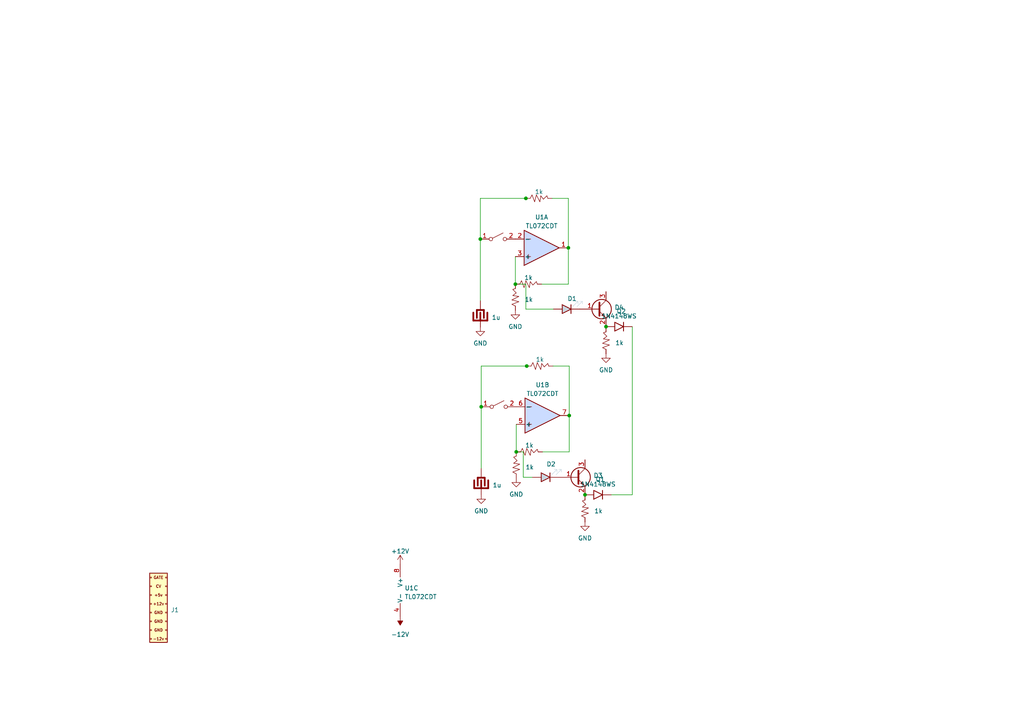
<source format=kicad_sch>
(kicad_sch (version 20230121) (generator eeschema)

  (uuid 93d63553-90dd-4556-ae63-29c378c1f271)

  (paper "A4")

  (lib_symbols
    (symbol "EuroRackTools:+12V" (power) (pin_names (offset 0)) (in_bom yes) (on_board yes)
      (property "Reference" "#PWR" (at 0 -3.81 0)
        (effects (font (size 1.27 1.27)) hide)
      )
      (property "Value" "+12V" (at 0 3.556 0)
        (effects (font (size 1.27 1.27)))
      )
      (property "Footprint" "" (at 0 0 0)
        (effects (font (size 1.27 1.27)) hide)
      )
      (property "Datasheet" "" (at 0 0 0)
        (effects (font (size 1.27 1.27)) hide)
      )
      (property "ki_keywords" "global power" (at 0 0 0)
        (effects (font (size 1.27 1.27)) hide)
      )
      (property "ki_description" "Power symbol creates a global label with name \"+12V\"" (at 0 0 0)
        (effects (font (size 1.27 1.27)) hide)
      )
      (symbol "+12V_0_1"
        (polyline
          (pts
            (xy -0.762 1.27)
            (xy 0 2.54)
          )
          (stroke (width 0) (type default))
          (fill (type none))
        )
        (polyline
          (pts
            (xy 0 0)
            (xy 0 2.54)
          )
          (stroke (width 0) (type default))
          (fill (type none))
        )
        (polyline
          (pts
            (xy 0 2.54)
            (xy 0.762 1.27)
          )
          (stroke (width 0) (type default))
          (fill (type none))
        )
      )
      (symbol "+12V_1_1"
        (pin power_in line (at 0 0 90) (length 0) hide
          (name "+12V" (effects (font (size 1.27 1.27))))
          (number "1" (effects (font (size 1.27 1.27))))
        )
      )
    )
    (symbol "EuroRackTools:-12V" (power) (pin_names (offset 0)) (in_bom yes) (on_board yes)
      (property "Reference" "#PWR" (at 0 2.54 0)
        (effects (font (size 1.27 1.27)) hide)
      )
      (property "Value" "-12V" (at 0 3.81 0)
        (effects (font (size 1.27 1.27)))
      )
      (property "Footprint" "" (at 0 0 0)
        (effects (font (size 1.27 1.27)) hide)
      )
      (property "Datasheet" "" (at 0 0 0)
        (effects (font (size 1.27 1.27)) hide)
      )
      (property "ki_keywords" "global power" (at 0 0 0)
        (effects (font (size 1.27 1.27)) hide)
      )
      (property "ki_description" "Power symbol creates a global label with name \"-12V\"" (at 0 0 0)
        (effects (font (size 1.27 1.27)) hide)
      )
      (symbol "-12V_0_0"
        (pin power_in line (at 0 0 90) (length 0) hide
          (name "-12V" (effects (font (size 1.27 1.27))))
          (number "1" (effects (font (size 1.27 1.27))))
        )
      )
      (symbol "-12V_0_1"
        (polyline
          (pts
            (xy 0 0)
            (xy 0 1.27)
            (xy 0.762 1.27)
            (xy 0 2.54)
            (xy -0.762 1.27)
            (xy 0 1.27)
          )
          (stroke (width 0) (type default))
          (fill (type outline))
        )
      )
    )
    (symbol "EuroRackTools:1N4148WS" (pin_numbers hide) (pin_names (offset 1.016) hide) (in_bom yes) (on_board yes)
      (property "Reference" "D" (at 0 2.54 0)
        (effects (font (size 1.27 1.27)))
      )
      (property "Value" "1N4148WS" (at 0 -2.54 0)
        (effects (font (size 1.27 1.27)))
      )
      (property "Footprint" "EuroRackTools:D_SOD-323" (at 0 -11.43 0)
        (effects (font (size 1.27 1.27)) hide)
      )
      (property "Datasheet" "https://www.vishay.com/docs/85751/1n4148ws.pdf" (at 0 13.97 0)
        (effects (font (size 1.27 1.27)) hide)
      )
      (property "Sim.Pins" "1=1 2=2" (at 0 0 0)
        (effects (font (size 0 0)) hide)
      )
      (property "Sim.Device" "SPICE" (at 1.27 8.89 0)
        (effects (font (size 1.27 1.27)) hide)
      )
      (property "Sim.Params" "type=\"D\" model=\"1N4148\" lib=\"\"" (at 0 0 0)
        (effects (font (size 0 0)) hide)
      )
      (property "LCSC" "C2128" (at 0 0 0)
        (effects (font (size 1.27 1.27)) hide)
      )
      (property "ki_keywords" "diode" (at 0 0 0)
        (effects (font (size 1.27 1.27)) hide)
      )
      (property "ki_description" "75V 0.15A Fast switching Diode, SOD-323" (at 0 0 0)
        (effects (font (size 1.27 1.27)) hide)
      )
      (property "ki_fp_filters" "D*SOD?323*" (at 0 0 0)
        (effects (font (size 1.27 1.27)) hide)
      )
      (symbol "1N4148WS_0_1"
        (polyline
          (pts
            (xy -1.27 1.27)
            (xy -1.27 -1.27)
          )
          (stroke (width 0.254) (type default))
          (fill (type none))
        )
        (polyline
          (pts
            (xy 1.27 1.27)
            (xy 1.27 -1.27)
            (xy -1.27 0)
            (xy 1.27 1.27)
          )
          (stroke (width 0.254) (type default))
          (fill (type none))
        )
      )
      (symbol "1N4148WS_1_1"
        (pin passive line (at -3.81 0 0) (length 2.54)
          (name "K" (effects (font (size 1.27 1.27))))
          (number "1" (effects (font (size 1.27 1.27))))
        )
        (pin passive line (at 3.81 0 180) (length 2.54)
          (name "A" (effects (font (size 1.27 1.27))))
          (number "2" (effects (font (size 1.27 1.27))))
        )
      )
    )
    (symbol "EuroRackTools:EuroPower16" (pin_names (offset 1.016) hide) (in_bom yes) (on_board yes)
      (property "Reference" "J" (at 1.27 10.16 0)
        (effects (font (size 1.27 1.27)))
      )
      (property "Value" "EuroPower16" (at 1.27 -12.7 0)
        (effects (font (size 1.27 1.27)) hide)
      )
      (property "Footprint" "EuroRackTools:IDC-Header_2x08_P2.54mm_Vertical_SMD" (at 1.524 -18.034 0)
        (effects (font (size 1.27 1.27)) hide)
      )
      (property "Datasheet" "~" (at 1.524 -15.367 0)
        (effects (font (size 1.27 1.27)) hide)
      )
      (property "lcsc" "C383608" (at 5.08 12.7 0)
        (effects (font (size 1.27 1.27)) hide)
      )
      (property "ki_keywords" "connector" (at 0 0 0)
        (effects (font (size 1.27 1.27)) hide)
      )
      (property "ki_description" "Generic connector, double row, 02x08, odd/even pin numbering scheme (row 1 odd numbers, row 2 even numbers), script generated (kicad-library-utils/schlib/autogen/connector/)" (at 0 0 0)
        (effects (font (size 1.27 1.27)) hide)
      )
      (property "ki_fp_filters" "Connector*:*_2x??_*" (at 0 0 0)
        (effects (font (size 1.27 1.27)) hide)
      )
      (symbol "EuroPower16_0_0"
        (text "+12v" (at 1.27 0 0)
          (effects (font (size 0.8 0.8)))
        )
        (text "+5v" (at 1.27 2.54 0)
          (effects (font (size 0.8 0.8)))
        )
        (text "-12v" (at 1.27 -10.16 0)
          (effects (font (size 0.8 0.8)))
        )
        (text "CV" (at 1.27 5.08 0)
          (effects (font (size 0.8 0.8)))
        )
        (text "GATE" (at 1.27 7.62 0)
          (effects (font (size 0.8 0.8)))
        )
        (text "GND" (at 1.27 -7.62 0)
          (effects (font (size 0.8 0.8)))
        )
        (text "GND" (at 1.27 -5.08 0)
          (effects (font (size 0.8 0.8)))
        )
        (text "GND" (at 1.27 -2.54 0)
          (effects (font (size 0.8 0.8)))
        )
      )
      (symbol "EuroPower16_1_1"
        (rectangle (start -1.27 -10.033) (end -0.762 -10.287)
          (stroke (width 0.1524) (type default))
          (fill (type none))
        )
        (rectangle (start -1.27 -7.493) (end -0.762 -7.747)
          (stroke (width 0.1524) (type default))
          (fill (type none))
        )
        (rectangle (start -1.27 -4.953) (end -0.762 -5.207)
          (stroke (width 0.1524) (type default))
          (fill (type none))
        )
        (rectangle (start -1.27 -2.413) (end -0.762 -2.667)
          (stroke (width 0.1524) (type default))
          (fill (type none))
        )
        (rectangle (start -1.27 0.127) (end -0.762 -0.127)
          (stroke (width 0.1524) (type default))
          (fill (type none))
        )
        (rectangle (start -1.27 2.667) (end -0.762 2.413)
          (stroke (width 0.1524) (type default))
          (fill (type none))
        )
        (rectangle (start -1.27 5.207) (end -0.762 4.953)
          (stroke (width 0.1524) (type default))
          (fill (type none))
        )
        (rectangle (start -1.27 7.747) (end -0.762 7.493)
          (stroke (width 0.1524) (type default))
          (fill (type none))
        )
        (rectangle (start -1.27 8.89) (end 3.81 -11.176)
          (stroke (width 0.254) (type default))
          (fill (type background))
        )
        (rectangle (start 3.302 -10.033) (end 3.81 -10.287)
          (stroke (width 0.1524) (type default))
          (fill (type none))
        )
        (rectangle (start 3.302 -7.493) (end 3.81 -7.747)
          (stroke (width 0.1524) (type default))
          (fill (type none))
        )
        (rectangle (start 3.302 -4.953) (end 3.81 -5.207)
          (stroke (width 0.1524) (type default))
          (fill (type none))
        )
        (rectangle (start 3.302 -2.413) (end 3.81 -2.667)
          (stroke (width 0.1524) (type default))
          (fill (type none))
        )
        (rectangle (start 3.302 0.127) (end 3.81 -0.127)
          (stroke (width 0.1524) (type default))
          (fill (type none))
        )
        (rectangle (start 3.302 2.667) (end 3.81 2.413)
          (stroke (width 0.1524) (type default))
          (fill (type none))
        )
        (rectangle (start 3.302 5.207) (end 3.81 4.953)
          (stroke (width 0.1524) (type default))
          (fill (type none))
        )
        (rectangle (start 3.302 7.747) (end 3.81 7.493)
          (stroke (width 0.1524) (type default))
          (fill (type none))
        )
        (pin power_in line (at 3.81 -10.16 0) (length 3.81) hide
          (name "-12V" (effects (font (size 1.27 1.27))))
          (number "1" (effects (font (size 1.27 1.27))))
        )
        (pin power_in line (at -1.27 0 180) (length 3.81) hide
          (name "+12V" (effects (font (size 1.27 1.27))))
          (number "10" (effects (font (size 1.27 1.27))))
        )
        (pin power_in line (at 3.81 2.54 0) (length 3.81) hide
          (name "+5V" (effects (font (size 1.27 1.27))))
          (number "11" (effects (font (size 1.27 1.27))))
        )
        (pin power_in line (at -1.27 2.54 180) (length 3.81) hide
          (name "+5V" (effects (font (size 1.27 1.27))))
          (number "12" (effects (font (size 1.27 1.27))))
        )
        (pin power_in line (at 3.81 5.08 0) (length 3.81) hide
          (name "CV" (effects (font (size 1.27 1.27))))
          (number "13" (effects (font (size 1.27 1.27))))
        )
        (pin power_in line (at -1.27 5.08 180) (length 3.81) hide
          (name "CV" (effects (font (size 1.27 1.27))))
          (number "14" (effects (font (size 1.27 1.27))))
        )
        (pin power_in line (at 3.81 7.62 0) (length 3.81) hide
          (name "GATE" (effects (font (size 1.27 1.27))))
          (number "15" (effects (font (size 1.27 1.27))))
        )
        (pin power_in line (at -1.27 7.62 180) (length 3.81) hide
          (name "GATE" (effects (font (size 1.27 1.27))))
          (number "16" (effects (font (size 1.27 1.27))))
        )
        (pin power_in line (at -1.27 -10.16 180) (length 3.81) hide
          (name "-12V" (effects (font (size 1.27 1.27))))
          (number "2" (effects (font (size 1.27 1.27))))
        )
        (pin power_in line (at 3.81 -7.62 0) (length 3.81) hide
          (name "GND" (effects (font (size 1.27 1.27))))
          (number "3" (effects (font (size 1.27 1.27))))
        )
        (pin power_in line (at -1.27 -7.62 180) (length 3.81) hide
          (name "GND" (effects (font (size 1.27 1.27))))
          (number "4" (effects (font (size 1.27 1.27))))
        )
        (pin power_in line (at 3.81 -5.08 0) (length 3.81) hide
          (name "GND" (effects (font (size 1.27 1.27))))
          (number "5" (effects (font (size 1.27 1.27))))
        )
        (pin power_in line (at -1.27 -5.08 180) (length 3.81) hide
          (name "GND" (effects (font (size 1.27 1.27))))
          (number "6" (effects (font (size 1.27 1.27))))
        )
        (pin power_in line (at 3.81 -2.54 0) (length 3.81) hide
          (name "GND" (effects (font (size 1.27 1.27))))
          (number "7" (effects (font (size 1.27 1.27))))
        )
        (pin power_in line (at -1.27 -2.54 180) (length 3.81) hide
          (name "GND" (effects (font (size 1.27 1.27))))
          (number "8" (effects (font (size 1.27 1.27))))
        )
        (pin power_in line (at 3.81 0 0) (length 3.81) hide
          (name "+12V" (effects (font (size 1.27 1.27))))
          (number "9" (effects (font (size 1.27 1.27))))
        )
      )
    )
    (symbol "EuroRackTools:GND" (power) (pin_names (offset 0)) (in_bom yes) (on_board yes)
      (property "Reference" "#PWR" (at 0 -6.35 0)
        (effects (font (size 1.27 1.27)) hide)
      )
      (property "Value" "GND" (at 0 -3.81 0)
        (effects (font (size 1.27 1.27)))
      )
      (property "Footprint" "" (at 0 0 0)
        (effects (font (size 1.27 1.27)) hide)
      )
      (property "Datasheet" "" (at 0 0 0)
        (effects (font (size 1.27 1.27)) hide)
      )
      (property "ki_keywords" "global power" (at 0 0 0)
        (effects (font (size 1.27 1.27)) hide)
      )
      (property "ki_description" "Power symbol creates a global label with name \"GND\" , ground" (at 0 0 0)
        (effects (font (size 1.27 1.27)) hide)
      )
      (symbol "GND_0_1"
        (polyline
          (pts
            (xy 0 0)
            (xy 0 -1.27)
            (xy 1.27 -1.27)
            (xy 0 -2.54)
            (xy -1.27 -1.27)
            (xy 0 -1.27)
          )
          (stroke (width 0) (type default))
          (fill (type none))
        )
      )
      (symbol "GND_1_1"
        (pin power_in line (at 0 0 270) (length 0) hide
          (name "GND" (effects (font (size 1.27 1.27))))
          (number "1" (effects (font (size 1.27 1.27))))
        )
      )
    )
    (symbol "EuroRackTools:PUSHBTN" (pin_names (offset 0) hide) (in_bom yes) (on_board yes)
      (property "Reference" "SW" (at 0 3.175 0)
        (effects (font (size 1.27 1.27)) hide)
      )
      (property "Value" "SW_SPST" (at 0 -2.54 0)
        (effects (font (size 1.27 1.27)) hide)
      )
      (property "Footprint" "EuroRackTools:SW_SPST_PTS645" (at 1.27 8.89 0)
        (effects (font (size 1.27 1.27)) hide)
      )
      (property "Datasheet" "~" (at 0 0 0)
        (effects (font (size 1.27 1.27)) hide)
      )
      (property "lcsc" "C294565" (at 1.27 5.08 0)
        (effects (font (size 1.27 1.27)) hide)
      )
      (property "ki_keywords" "switch lever" (at 0 0 0)
        (effects (font (size 1.27 1.27)) hide)
      )
      (property "ki_description" "Single Pole Single Throw (SPST) switch" (at 0 0 0)
        (effects (font (size 1.27 1.27)) hide)
      )
      (symbol "PUSHBTN_0_0"
        (circle (center -2.032 0) (radius 0.508)
          (stroke (width 0) (type default))
          (fill (type none))
        )
        (polyline
          (pts
            (xy -1.524 0.254)
            (xy 1.524 1.778)
          )
          (stroke (width 0) (type default))
          (fill (type none))
        )
        (circle (center 2.032 0) (radius 0.508)
          (stroke (width 0) (type default))
          (fill (type none))
        )
      )
      (symbol "PUSHBTN_1_1"
        (pin passive line (at -5.08 0 0) (length 2.54)
          (name "A" (effects (font (size 1.27 1.27))))
          (number "1" (effects (font (size 1.27 1.27))))
        )
        (pin passive line (at 5.08 0 180) (length 2.54)
          (name "B" (effects (font (size 1.27 1.27))))
          (number "2" (effects (font (size 1.27 1.27))))
        )
      )
    )
    (symbol "kpm-jlcpcb-basic:1k R 0603" (pin_numbers hide) (pin_names (offset 0)) (in_bom yes) (on_board yes)
      (property "Reference" "R" (at -1.27 6.35 0)
        (effects (font (size 1.27 1.27)) hide)
      )
      (property "Value" "1k" (at -0.635 3.81 0)
        (effects (font (size 1.27 1.27)))
      )
      (property "Footprint" "kpm-jlcpcb-basic:R_0603_1608Metric" (at -0.254 -7.62 0)
        (effects (font (size 1.27 1.27)) hide)
      )
      (property "Datasheet" "https://datasheet.lcsc.com/lcsc/2206010130_UNI-ROYAL-Uniroyal-Elec-0603WAF1001T5E_C21190.pdf" (at -6.35 6.35 90)
        (effects (font (size 1.27 1.27)) hide)
      )
      (property "LCSC" "C21190" (at -1.27 -1.905 0)
        (effects (font (size 1.27 1.27)) hide)
      )
      (property "Stock" "13672968" (at -1.27 -1.905 0)
        (effects (font (size 1.27 1.27)) hide)
      )
      (property "price" "0.0006" (at -1.27 -1.905 0)
        (effects (font (size 1.27 1.27)) hide)
      )
      (property "ki_keywords" "R res resistor" (at 0 0 0)
        (effects (font (size 1.27 1.27)) hide)
      )
      (property "ki_description" "100mW Thick Film Resistors ±1% 1kΩ 0603  Chip Resistor - Surface Mount ROHS" (at 0 0 0)
        (effects (font (size 1.27 1.27)) hide)
      )
      (property "ki_fp_filters" "R_*" (at 0 0 0)
        (effects (font (size 1.27 1.27)) hide)
      )
      (symbol "1k R 0603_0_1"
        (polyline
          (pts
            (xy -2.794 0)
            (xy -2.286 1.016)
            (xy -1.524 -1.016)
            (xy -1.016 1.016)
            (xy 0 -1.016)
            (xy 0.254 0.762)
            (xy 1.016 -0.254)
            (xy 2.032 0.762)
            (xy 2.286 0)
          )
          (stroke (width 0) (type default))
          (fill (type none))
        )
      )
      (symbol "1k R 0603_1_1"
        (pin passive line (at -4.064 0 0) (length 1.27)
          (name "~" (effects (font (size 1.27 1.27))))
          (number "1" (effects (font (size 1.27 1.27))))
        )
        (pin passive line (at 3.556 0 180) (length 1.27)
          (name "~" (effects (font (size 1.27 1.27))))
          (number "2" (effects (font (size 1.27 1.27))))
        )
      )
    )
    (symbol "kpm-jlcpcb-basic:1u C 0805" (pin_numbers hide) (pin_names (offset 0.254)) (in_bom yes) (on_board yes)
      (property "Reference" "C" (at -1.27 6.35 0)
        (effects (font (size 1.27 1.27)) hide)
      )
      (property "Value" "1u" (at -0.635 3.81 0)
        (effects (font (size 1.27 1.27)))
      )
      (property "Footprint" "kpm-jlcpcb-basic:C_0805_2012Metric" (at 14.351 1.905 90)
        (effects (font (size 1.27 1.27)) hide)
      )
      (property "Datasheet" "https://datasheet.lcsc.com/lcsc/1810191216_Samsung-Electro-Mechanics-CL21B105KBFNNNE_C28323.pdf" (at -6.35 6.35 90)
        (effects (font (size 1.27 1.27)) hide)
      )
      (property "LCSC" "C28323" (at -1.27 -1.905 0)
        (effects (font (size 1.27 1.27)) hide)
      )
      (property "Stock" "1874424" (at -1.27 -1.905 0)
        (effects (font (size 1.27 1.27)) hide)
      )
      (property "price" "0.0092" (at -1.27 -1.905 0)
        (effects (font (size 1.27 1.27)) hide)
      )
      (property "ki_keywords" "C capacitor" (at 0 0 0)
        (effects (font (size 1.27 1.27)) hide)
      )
      (property "ki_description" "50V 1uF X7R ±10% 0805  Multilayer Ceramic Capacitors MLCC - SMD/SMT ROHS" (at 0 0 0)
        (effects (font (size 1.27 1.27)) hide)
      )
      (property "ki_fp_filters" "R_*" (at 0 0 0)
        (effects (font (size 1.27 1.27)) hide)
      )
      (symbol "1u C 0805_0_1"
        (polyline
          (pts
            (xy -1.397 -1.016)
            (xy -1.397 1.016)
          )
          (stroke (width 0.508) (type default))
          (fill (type none))
        )
        (polyline
          (pts
            (xy 0.889 -1.016)
            (xy -1.397 -1.016)
          )
          (stroke (width 0.508) (type default))
          (fill (type none))
        )
        (polyline
          (pts
            (xy 0.889 1.016)
            (xy -1.397 1.016)
          )
          (stroke (width 0.508) (type default))
          (fill (type none))
        )
        (polyline
          (pts
            (xy 1.651 -2.032)
            (xy -0.635 -2.032)
          )
          (stroke (width 0.508) (type default))
          (fill (type none))
        )
        (polyline
          (pts
            (xy 1.651 -2.032)
            (xy 1.651 2.032)
          )
          (stroke (width 0.508) (type default))
          (fill (type none))
        )
        (polyline
          (pts
            (xy 1.651 0)
            (xy -0.635 0)
          )
          (stroke (width 0.508) (type default))
          (fill (type none))
        )
        (polyline
          (pts
            (xy 1.651 2.032)
            (xy -0.635 2.032)
          )
          (stroke (width 0.508) (type default))
          (fill (type none))
        )
      )
      (symbol "1u C 0805_1_1"
        (pin passive line (at -4.064 0 0) (length 2.794)
          (name "~" (effects (font (size 1.27 1.27))))
          (number "1" (effects (font (size 1.27 1.27))))
        )
        (pin passive line (at 3.556 0 180) (length 2.794)
          (name "~" (effects (font (size 1.27 1.27))))
          (number "2" (effects (font (size 1.27 1.27))))
        )
      )
    )
    (symbol "kpm-jlcpcb-basic:NPN S8050 J3Y" (pin_names (offset 0) hide) (in_bom yes) (on_board yes)
      (property "Reference" "Q" (at 5.08 1.905 0)
        (effects (font (size 1.27 1.27)) (justify left))
      )
      (property "Value" "NPN S8050 J3Y" (at 5.08 0 0)
        (effects (font (size 1.27 1.27)) (justify left) hide)
      )
      (property "Footprint" "kpm-jlcpcb-basic:SOT-23" (at 5.08 -1.905 0)
        (effects (font (size 1.27 1.27) italic) (justify left) hide)
      )
      (property "Datasheet" "https://datasheet.lcsc.com/lcsc/1810161230_Jiangsu-Changjing-Electronics-Technology-Co---Ltd--S8050-J3Y_C2146.pdf" (at 0 0 0)
        (effects (font (size 1.27 1.27)) (justify left) hide)
      )
      (property "LCSC" "C2146" (at -1.905 4.445 0)
        (effects (font (size 1.27 1.27)) hide)
      )
      (property "Stock" "2885714" (at -1.27 -1.905 0)
        (effects (font (size 1.27 1.27)) hide)
      )
      (property "price" "0.0146" (at -1.27 -1.905 0)
        (effects (font (size 1.27 1.27)) hide)
      )
      (property "ki_keywords" "npn transistor" (at 0 0 0)
        (effects (font (size 1.27 1.27)) hide)
      )
      (property "ki_description" "25V 300mW 200@50mA,1V 500mA NPN SOT-23  Bipolar Transistors - BJT ROHS" (at 0 0 0)
        (effects (font (size 1.27 1.27)) hide)
      )
      (property "ki_fp_filters" "TO?3*" (at 0 0 0)
        (effects (font (size 1.27 1.27)) hide)
      )
      (symbol "NPN S8050 J3Y_0_1"
        (polyline
          (pts
            (xy 0.635 0.635)
            (xy 2.54 2.54)
          )
          (stroke (width 0) (type default))
          (fill (type none))
        )
        (polyline
          (pts
            (xy 0.635 -0.635)
            (xy 2.54 -2.54)
            (xy 2.54 -2.54)
          )
          (stroke (width 0) (type default))
          (fill (type none))
        )
        (polyline
          (pts
            (xy 0.635 1.905)
            (xy 0.635 -1.905)
            (xy 0.635 -1.905)
          )
          (stroke (width 0.508) (type default))
          (fill (type none))
        )
        (polyline
          (pts
            (xy 1.27 -1.778)
            (xy 1.778 -1.27)
            (xy 2.286 -2.286)
            (xy 1.27 -1.778)
            (xy 1.27 -1.778)
          )
          (stroke (width 0) (type default))
          (fill (type outline))
        )
        (circle (center 1.27 0) (radius 2.8194)
          (stroke (width 0.254) (type default))
          (fill (type none))
        )
      )
      (symbol "NPN S8050 J3Y_1_1"
        (pin input line (at -5.08 0 0) (length 5.715)
          (name "B" (effects (font (size 1.27 1.27))))
          (number "1" (effects (font (size 1.27 1.27))))
        )
        (pin passive line (at 2.54 -5.08 90) (length 2.54)
          (name "E" (effects (font (size 1.27 1.27))))
          (number "2" (effects (font (size 1.27 1.27))))
        )
        (pin passive line (at 2.54 5.08 270) (length 2.54)
          (name "C" (effects (font (size 1.27 1.27))))
          (number "3" (effects (font (size 1.27 1.27))))
        )
      )
    )
    (symbol "kpm-jlcpcb-basic:TL072CDT" (pin_names (offset 0.127)) (in_bom yes) (on_board yes)
      (property "Reference" "U" (at 0 5.08 0)
        (effects (font (size 1.27 1.27)) (justify left))
      )
      (property "Value" "TL072CDT" (at 0 -5.08 0)
        (effects (font (size 1.27 1.27)) (justify left))
      )
      (property "Footprint" "kpm-jlcpcb-basic:SOIC-8_3.9x4.9mm_P1.27mm" (at 0 0 0)
        (effects (font (size 1.27 1.27)) hide)
      )
      (property "Datasheet" "https://datasheet.lcsc.com/lcsc/1809051915_STMicroelectronics-TL072CDT--_C6961.pdf" (at 0 0 0)
        (effects (font (size 1.27 1.27)) hide)
      )
      (property "LCSC" "C6961" (at 0 0 0)
        (effects (font (size 1.27 1.27)) hide)
      )
      (property "ki_locked" "" (at 0 0 0)
        (effects (font (size 1.27 1.27)))
      )
      (property "ki_keywords" "dual opamp" (at 0 0 0)
        (effects (font (size 1.27 1.27)) hide)
      )
      (property "ki_description" "Dual Low-Noise JFET-Input Operational Amplifiers, DIP-8/SOIC-8" (at 0 0 0)
        (effects (font (size 1.27 1.27)) hide)
      )
      (property "ki_fp_filters" "SOIC*3.9x4.9mm*P1.27mm* DIP*W7.62mm* TO*99* OnSemi*Micro8* TSSOP*3x3mm*P0.65mm* TSSOP*4.4x3mm*P0.65mm* MSOP*3x3mm*P0.65mm* SSOP*3.9x4.9mm*P0.635mm* LFCSP*2x2mm*P0.5mm* *SIP* SOIC*5.3x6.2mm*P1.27mm*" (at 0 0 0)
        (effects (font (size 1.27 1.27)) hide)
      )
      (symbol "TL072CDT_1_1"
        (polyline
          (pts
            (xy -4.445 -2.54)
            (xy -3.175 -2.54)
          )
          (stroke (width 0) (type default))
          (fill (type none))
        )
        (polyline
          (pts
            (xy -4.445 2.54)
            (xy -3.175 2.54)
          )
          (stroke (width 0) (type default))
          (fill (type none))
        )
        (polyline
          (pts
            (xy -3.81 3.175)
            (xy -3.81 1.905)
          )
          (stroke (width 0) (type default))
          (fill (type none))
        )
        (polyline
          (pts
            (xy -5.08 5.08)
            (xy 5.08 0)
            (xy -5.08 -5.08)
            (xy -5.08 5.08)
          )
          (stroke (width 0.254) (type default))
          (fill (type color) (color 203 220 255 1))
        )
        (pin output line (at 7.62 0 180) (length 2.54)
          (name "~" (effects (font (size 1.27 1.27))))
          (number "1" (effects (font (size 1.27 1.27))))
        )
        (pin input line (at -7.62 -2.54 0) (length 2.54)
          (name "-" (effects (font (size 1.27 1.27))))
          (number "2" (effects (font (size 1.27 1.27))))
        )
        (pin input line (at -7.62 2.54 0) (length 2.54)
          (name "+" (effects (font (size 1.27 1.27))))
          (number "3" (effects (font (size 1.27 1.27))))
        )
      )
      (symbol "TL072CDT_2_1"
        (polyline
          (pts
            (xy -4.445 -2.54)
            (xy -3.175 -2.54)
          )
          (stroke (width 0) (type default))
          (fill (type none))
        )
        (polyline
          (pts
            (xy -4.445 2.54)
            (xy -3.175 2.54)
          )
          (stroke (width 0) (type default))
          (fill (type none))
        )
        (polyline
          (pts
            (xy -3.81 3.175)
            (xy -3.81 1.905)
          )
          (stroke (width 0) (type default))
          (fill (type none))
        )
        (polyline
          (pts
            (xy -5.08 5.08)
            (xy 5.08 0)
            (xy -5.08 -5.08)
            (xy -5.08 5.08)
          )
          (stroke (width 0.254) (type default))
          (fill (type color) (color 203 220 255 1))
        )
        (pin input line (at -7.62 2.54 0) (length 2.54)
          (name "+" (effects (font (size 1.27 1.27))))
          (number "5" (effects (font (size 1.27 1.27))))
        )
        (pin input line (at -7.62 -2.54 0) (length 2.54)
          (name "-" (effects (font (size 1.27 1.27))))
          (number "6" (effects (font (size 1.27 1.27))))
        )
        (pin output line (at 7.62 0 180) (length 2.54)
          (name "~" (effects (font (size 1.27 1.27))))
          (number "7" (effects (font (size 1.27 1.27))))
        )
      )
      (symbol "TL072CDT_3_1"
        (pin power_in line (at -2.54 -7.62 90) (length 3.81)
          (name "V-" (effects (font (size 1.27 1.27))))
          (number "4" (effects (font (size 1.27 1.27))))
        )
        (pin power_in line (at -2.54 7.62 270) (length 3.81)
          (name "V+" (effects (font (size 1.27 1.27))))
          (number "8" (effects (font (size 1.27 1.27))))
        )
      )
    )
    (symbol "kpm-jlcpcb-basic:white LED 0805" (pin_numbers hide) (pin_names (offset 1.016) hide) (in_bom yes) (on_board yes)
      (property "Reference" "D" (at 0 2.54 0)
        (effects (font (size 1.27 1.27)))
      )
      (property "Value" "white" (at 0 -2.54 0)
        (effects (font (size 1.27 1.27)) hide)
      )
      (property "Footprint" "kpm-jlcpcb-basic:LED_0805_2012Metric" (at -1.27 7.62 0)
        (effects (font (size 1.27 1.27)) hide)
      )
      (property "Datasheet" "https://nw.jlcerp.com/overseas-manage/pdfjs/web/viewer.html?file=%2Foverseas-manage%2Femail%2FdownloadByFileNo%3FfileNo%3D94529e18c5284a3081d8a14987ad6aeb%26type%3D1" (at 0 0 0)
        (effects (font (size 1.27 1.27)) hide)
      )
      (property "LCSC" "C34499" (at -1.905 4.445 0)
        (effects (font (size 1.27 1.27)) hide)
      )
      (property "Stock" "229782" (at -1.27 -1.905 0)
        (effects (font (size 1.27 1.27)) hide)
      )
      (property "price" "0.0157" (at -1.27 -1.905 0)
        (effects (font (size 1.27 1.27)) hide)
      )
      (property "ki_keywords" "LED diode" (at 0 0 0)
        (effects (font (size 1.27 1.27)) hide)
      )
      (property "ki_description" "0805 white （300-360mcd)  Light Emitting Diodes (LED) ROHS" (at 0 0 0)
        (effects (font (size 1.27 1.27)) hide)
      )
      (property "ki_fp_filters" "LED* LED_SMD:*" (at 0 0 0)
        (effects (font (size 1.27 1.27)) hide)
      )
      (symbol "white LED 0805_0_1"
        (polyline
          (pts
            (xy -1.27 -1.27)
            (xy -1.27 1.27)
          )
          (stroke (width 0.254) (type default))
          (fill (type none))
        )
        (polyline
          (pts
            (xy -3.048 -0.762)
            (xy -4.572 -2.286)
            (xy -3.81 -2.286)
            (xy -4.572 -2.286)
            (xy -4.572 -1.524)
          )
          (stroke (width 0) (type default) (color 201 216 225 1))
          (fill (type none))
        )
        (polyline
          (pts
            (xy -1.778 -0.762)
            (xy -3.302 -2.286)
            (xy -2.54 -2.286)
            (xy -3.302 -2.286)
            (xy -3.302 -1.524)
          )
          (stroke (width 0) (type default) (color 201 216 225 1))
          (fill (type none))
        )
      )
      (symbol "white LED 0805_1_1"
        (polyline
          (pts
            (xy 1.27 -1.27)
            (xy 1.27 1.27)
            (xy -1.27 0)
            (xy 1.27 -1.27)
          )
          (stroke (width 0.254) (type default))
          (fill (type color) (color 201 216 225 1))
        )
        (pin passive line (at -3.81 0 0) (length 2.54)
          (name "K" (effects (font (size 1.27 1.27))))
          (number "1" (effects (font (size 1.27 1.27))))
        )
        (pin passive line (at 3.81 0 180) (length 2.54)
          (name "A" (effects (font (size 1.27 1.27))))
          (number "2" (effects (font (size 1.27 1.27))))
        )
      )
    )
  )

  (junction (at 149.479 82.423) (diameter 0) (color 0 0 0 0)
    (uuid 24c83418-0da7-4b25-ad71-680599360841)
  )
  (junction (at 169.672 143.51) (diameter 0) (color 0 0 0 0)
    (uuid 361efa45-9253-4a2a-a1e5-a78b5d39aa84)
  )
  (junction (at 152.527 57.531) (diameter 0) (color 0 0 0 0)
    (uuid 3dcfab63-a018-413b-b0e5-0f2b31341e87)
  )
  (junction (at 149.733 131.064) (diameter 0) (color 0 0 0 0)
    (uuid 8773d117-068a-4bc9-9173-ecf05a4d63b9)
  )
  (junction (at 164.846 71.882) (diameter 0) (color 0 0 0 0)
    (uuid 9232b6b4-31a2-435b-9341-8996c9520bcd)
  )
  (junction (at 139.573 117.983) (diameter 0) (color 0 0 0 0)
    (uuid bb8159c8-8000-42d8-bd17-cd82ef137b79)
  )
  (junction (at 152.781 106.172) (diameter 0) (color 0 0 0 0)
    (uuid ce368964-c536-49b1-ae98-6e006094e738)
  )
  (junction (at 139.319 69.342) (diameter 0) (color 0 0 0 0)
    (uuid e016549c-2ed8-4176-8264-e5266ba00b78)
  )
  (junction (at 165.1 120.523) (diameter 0) (color 0 0 0 0)
    (uuid ee39dee2-45f7-4a67-b927-c5cb99dde7ea)
  )
  (junction (at 175.768 94.742) (diameter 0) (color 0 0 0 0)
    (uuid f528b7f0-9863-48ed-a7f0-f59f0a8d7077)
  )

  (wire (pts (xy 169.672 143.764) (xy 169.672 143.51))
    (stroke (width 0) (type default))
    (uuid 11cb8236-b02f-4525-b943-c36030214a02)
  )
  (wire (pts (xy 139.319 69.342) (xy 139.319 87.249))
    (stroke (width 0) (type default))
    (uuid 17e20a75-c55e-4911-a86d-fcbcd988fc31)
  )
  (wire (pts (xy 149.479 74.422) (xy 149.479 82.423))
    (stroke (width 0) (type default))
    (uuid 27636246-d433-4b3c-8735-7d7783752431)
  )
  (wire (pts (xy 152.908 106.172) (xy 152.781 106.172))
    (stroke (width 0) (type default))
    (uuid 298c44a8-980c-4b58-9ca7-fafb218a9c07)
  )
  (wire (pts (xy 149.733 123.063) (xy 149.733 131.064))
    (stroke (width 0) (type default))
    (uuid 2d841d54-e394-4482-8a97-144998633aa0)
  )
  (wire (pts (xy 139.319 57.531) (xy 139.319 69.342))
    (stroke (width 0) (type default))
    (uuid 33726f08-89d1-4049-bcd6-05fff05b47e2)
  )
  (wire (pts (xy 164.973 120.523) (xy 165.1 120.523))
    (stroke (width 0) (type default))
    (uuid 3ba0937f-a2e3-4155-b82a-7e752185c423)
  )
  (wire (pts (xy 165.1 106.172) (xy 165.1 120.523))
    (stroke (width 0) (type default))
    (uuid 3bf97a4b-b319-4d1b-bddb-ba78bbe748de)
  )
  (wire (pts (xy 160.147 57.531) (xy 164.846 57.531))
    (stroke (width 0) (type default))
    (uuid 4f97be89-cd1c-4c6f-98c3-e868ca9d9b58)
  )
  (wire (pts (xy 160.401 106.172) (xy 165.1 106.172))
    (stroke (width 0) (type default))
    (uuid 54c5785e-a1b8-4ab2-8678-bf149752913d)
  )
  (wire (pts (xy 151.765 138.43) (xy 151.765 131.064))
    (stroke (width 0) (type default))
    (uuid 566a870c-686b-4ce9-aa97-cb39eb1727e9)
  )
  (wire (pts (xy 177.292 143.51) (xy 183.388 143.51))
    (stroke (width 0) (type default))
    (uuid 58213439-f0f5-4943-848c-b44842832929)
  )
  (wire (pts (xy 151.765 131.064) (xy 149.733 131.064))
    (stroke (width 0) (type default))
    (uuid 5faf734f-1c53-4dc4-805c-e5b045888a6d)
  )
  (wire (pts (xy 175.768 94.996) (xy 175.768 94.742))
    (stroke (width 0) (type default))
    (uuid 78e60adb-dec7-4aa1-b7a4-05a5753613b4)
  )
  (wire (pts (xy 164.719 71.882) (xy 164.846 71.882))
    (stroke (width 0) (type default))
    (uuid 7ffa6aca-002c-4a37-8df3-57946c127bb5)
  )
  (wire (pts (xy 139.573 117.983) (xy 139.573 135.89))
    (stroke (width 0) (type default))
    (uuid 87f14290-ddce-45dd-b733-a9423d075f19)
  )
  (wire (pts (xy 160.528 89.662) (xy 152.527 89.662))
    (stroke (width 0) (type default))
    (uuid 880c7ed5-6f71-4893-80b0-0733e61f3478)
  )
  (wire (pts (xy 164.846 71.882) (xy 164.846 82.423))
    (stroke (width 0) (type default))
    (uuid 9ef7fe8f-f555-4c6b-9b39-d40d36c0714c)
  )
  (wire (pts (xy 165.1 120.523) (xy 165.1 131.064))
    (stroke (width 0) (type default))
    (uuid b5e7cf19-95d3-4a56-9e5d-16d39f8dd256)
  )
  (wire (pts (xy 183.388 94.742) (xy 183.388 143.51))
    (stroke (width 0) (type default))
    (uuid bb837173-173d-4e7a-9d41-8fd3946aef9b)
  )
  (wire (pts (xy 139.573 106.172) (xy 139.573 117.983))
    (stroke (width 0) (type default))
    (uuid c1fb5924-ab14-4adf-8ef4-173343e8e6eb)
  )
  (wire (pts (xy 157.353 131.064) (xy 165.1 131.064))
    (stroke (width 0) (type default))
    (uuid c757b250-1367-478f-9c2f-9e6dad666d5f)
  )
  (wire (pts (xy 152.527 82.423) (xy 149.479 82.423))
    (stroke (width 0) (type default))
    (uuid c7d5b740-d7cd-4818-bb13-ffdcb8e39d59)
  )
  (wire (pts (xy 157.099 82.423) (xy 164.846 82.423))
    (stroke (width 0) (type default))
    (uuid caa64743-0ed4-4901-bf57-edfde10faa30)
  )
  (wire (pts (xy 164.846 57.531) (xy 164.846 71.882))
    (stroke (width 0) (type default))
    (uuid caa88b3c-442f-4cc0-97ad-d2f481275e9f)
  )
  (wire (pts (xy 152.527 57.531) (xy 139.319 57.531))
    (stroke (width 0) (type default))
    (uuid d3bba0b3-e6f9-4569-87b9-00cdb2742ce0)
  )
  (wire (pts (xy 152.527 89.662) (xy 152.527 82.423))
    (stroke (width 0) (type default))
    (uuid f25502f6-691d-4fbc-81e6-aa09edb52568)
  )
  (wire (pts (xy 152.654 57.531) (xy 152.527 57.531))
    (stroke (width 0) (type default))
    (uuid f3512222-1f3c-4e96-a0fc-148babfe6e7f)
  )
  (wire (pts (xy 151.765 138.43) (xy 154.432 138.43))
    (stroke (width 0) (type default))
    (uuid fb4abff5-db9b-4412-ada5-4ddec76e2ec9)
  )
  (wire (pts (xy 152.781 106.172) (xy 139.573 106.172))
    (stroke (width 0) (type default))
    (uuid fbb1d2f2-bcce-4ba2-8934-dca290412808)
  )

  (symbol (lib_id "kpm-jlcpcb-basic:white LED 0805") (at 158.242 138.43 180) (unit 1)
    (in_bom yes) (on_board yes) (dnp no) (fields_autoplaced)
    (uuid 0f02ec39-2dee-46c9-8df0-45a4c4c22bd9)
    (property "Reference" "D2" (at 159.8295 134.62 0)
      (effects (font (size 1.27 1.27)))
    )
    (property "Value" "white" (at 158.242 135.89 0)
      (effects (font (size 1.27 1.27)) hide)
    )
    (property "Footprint" "kpm-jlcpcb-basic:LED_0805_2012Metric" (at 159.512 146.05 0)
      (effects (font (size 1.27 1.27)) hide)
    )
    (property "Datasheet" "https://nw.jlcerp.com/overseas-manage/pdfjs/web/viewer.html?file=%2Foverseas-manage%2Femail%2FdownloadByFileNo%3FfileNo%3D94529e18c5284a3081d8a14987ad6aeb%26type%3D1" (at 158.242 138.43 0)
      (effects (font (size 1.27 1.27)) hide)
    )
    (property "LCSC" "C34499" (at 160.147 142.875 0)
      (effects (font (size 1.27 1.27)) hide)
    )
    (property "Stock" "229782" (at 159.512 136.525 0)
      (effects (font (size 1.27 1.27)) hide)
    )
    (property "price" "0.0157" (at 159.512 136.525 0)
      (effects (font (size 1.27 1.27)) hide)
    )
    (pin "1" (uuid 819e05de-7d61-4955-be40-57992d4cfc25))
    (pin "2" (uuid df4be4d4-9c6c-42b2-a1fc-467f136c7e84))
    (instances
      (project "wissystem_linvco1"
        (path "/93d63553-90dd-4556-ae63-29c378c1f271"
          (reference "D2") (unit 1)
        )
      )
    )
  )

  (symbol (lib_id "EuroRackTools:GND") (at 175.768 102.616 0) (unit 1)
    (in_bom yes) (on_board yes) (dnp no) (fields_autoplaced)
    (uuid 175120eb-110f-425c-aea0-67b9f7ffd716)
    (property "Reference" "#PWR08" (at 175.768 108.966 0)
      (effects (font (size 1.27 1.27)) hide)
    )
    (property "Value" "GND" (at 175.768 107.315 0)
      (effects (font (size 1.27 1.27)))
    )
    (property "Footprint" "" (at 175.768 102.616 0)
      (effects (font (size 1.27 1.27)) hide)
    )
    (property "Datasheet" "" (at 175.768 102.616 0)
      (effects (font (size 1.27 1.27)) hide)
    )
    (pin "1" (uuid c7a4addd-db76-40f5-8075-6cd8d42f67d2))
    (instances
      (project "wissystem_linvco1"
        (path "/93d63553-90dd-4556-ae63-29c378c1f271"
          (reference "#PWR08") (unit 1)
        )
      )
    )
  )

  (symbol (lib_id "kpm-jlcpcb-basic:NPN S8050 J3Y") (at 167.132 138.43 0) (unit 1)
    (in_bom yes) (on_board yes) (dnp no) (fields_autoplaced)
    (uuid 19c716e8-1bce-4413-bfbe-6e8a3a9d46bc)
    (property "Reference" "Q1" (at 172.72 139.065 0)
      (effects (font (size 1.27 1.27)) (justify left))
    )
    (property "Value" "NPN S8050 J3Y" (at 172.212 138.43 0)
      (effects (font (size 1.27 1.27)) (justify left) hide)
    )
    (property "Footprint" "kpm-jlcpcb-basic:SOT-23" (at 172.212 140.335 0)
      (effects (font (size 1.27 1.27) italic) (justify left) hide)
    )
    (property "Datasheet" "https://datasheet.lcsc.com/lcsc/1810161230_Jiangsu-Changjing-Electronics-Technology-Co---Ltd--S8050-J3Y_C2146.pdf" (at 167.132 138.43 0)
      (effects (font (size 1.27 1.27)) (justify left) hide)
    )
    (property "LCSC" "C2146" (at 165.227 133.985 0)
      (effects (font (size 1.27 1.27)) hide)
    )
    (property "Stock" "2885714" (at 165.862 140.335 0)
      (effects (font (size 1.27 1.27)) hide)
    )
    (property "price" "0.0146" (at 165.862 140.335 0)
      (effects (font (size 1.27 1.27)) hide)
    )
    (pin "1" (uuid 8a37f265-7779-4d77-9412-fa6bcc5683a1))
    (pin "2" (uuid f33d6982-b06e-4c10-840e-27e3bf3a7bcc))
    (pin "3" (uuid 6ac7ca72-f878-49ac-9d26-f4858a1df4f7))
    (instances
      (project "wissystem_linvco1"
        (path "/93d63553-90dd-4556-ae63-29c378c1f271"
          (reference "Q1") (unit 1)
        )
      )
    )
  )

  (symbol (lib_id "EuroRackTools:GND") (at 139.319 94.869 0) (unit 1)
    (in_bom yes) (on_board yes) (dnp no) (fields_autoplaced)
    (uuid 32200578-9e76-445b-994a-7ea5213e5576)
    (property "Reference" "#PWR06" (at 139.319 101.219 0)
      (effects (font (size 1.27 1.27)) hide)
    )
    (property "Value" "GND" (at 139.319 99.568 0)
      (effects (font (size 1.27 1.27)))
    )
    (property "Footprint" "" (at 139.319 94.869 0)
      (effects (font (size 1.27 1.27)) hide)
    )
    (property "Datasheet" "" (at 139.319 94.869 0)
      (effects (font (size 1.27 1.27)) hide)
    )
    (pin "1" (uuid 744682b3-71ec-48bf-aa15-e479932f21ce))
    (instances
      (project "wissystem_linvco1"
        (path "/93d63553-90dd-4556-ae63-29c378c1f271"
          (reference "#PWR06") (unit 1)
        )
      )
    )
  )

  (symbol (lib_id "kpm-jlcpcb-basic:1u C 0805") (at 139.573 139.954 270) (unit 1)
    (in_bom yes) (on_board yes) (dnp no) (fields_autoplaced)
    (uuid 32f708b7-e5e5-4530-9f72-c46fef8e47c4)
    (property "Reference" "C2" (at 145.923 138.684 0)
      (effects (font (size 1.27 1.27)) hide)
    )
    (property "Value" "1u" (at 142.875 140.716 90)
      (effects (font (size 1.27 1.27)) (justify left))
    )
    (property "Footprint" "kpm-jlcpcb-basic:C_0805_2012Metric" (at 141.478 154.305 90)
      (effects (font (size 1.27 1.27)) hide)
    )
    (property "Datasheet" "https://datasheet.lcsc.com/lcsc/1810191216_Samsung-Electro-Mechanics-CL21B105KBFNNNE_C28323.pdf" (at 145.923 133.604 90)
      (effects (font (size 1.27 1.27)) hide)
    )
    (property "LCSC" "C28323" (at 137.668 138.684 0)
      (effects (font (size 1.27 1.27)) hide)
    )
    (property "Stock" "1874424" (at 137.668 138.684 0)
      (effects (font (size 1.27 1.27)) hide)
    )
    (property "price" "0.0092" (at 137.668 138.684 0)
      (effects (font (size 1.27 1.27)) hide)
    )
    (pin "1" (uuid 294207df-9d45-4654-b94a-7f121812fa90))
    (pin "2" (uuid 521e2fc9-438d-46b5-baf8-2bcdd65595e5))
    (instances
      (project "wissystem_linvco1"
        (path "/93d63553-90dd-4556-ae63-29c378c1f271"
          (reference "C2") (unit 1)
        )
      )
    )
  )

  (symbol (lib_id "kpm-jlcpcb-basic:NPN S8050 J3Y") (at 173.228 89.662 0) (unit 1)
    (in_bom yes) (on_board yes) (dnp no) (fields_autoplaced)
    (uuid 3b08b2d5-9637-43c0-a617-4f6083f6b2ff)
    (property "Reference" "Q2" (at 178.816 90.297 0)
      (effects (font (size 1.27 1.27)) (justify left))
    )
    (property "Value" "NPN S8050 J3Y" (at 178.308 89.662 0)
      (effects (font (size 1.27 1.27)) (justify left) hide)
    )
    (property "Footprint" "kpm-jlcpcb-basic:SOT-23" (at 178.308 91.567 0)
      (effects (font (size 1.27 1.27) italic) (justify left) hide)
    )
    (property "Datasheet" "https://datasheet.lcsc.com/lcsc/1810161230_Jiangsu-Changjing-Electronics-Technology-Co---Ltd--S8050-J3Y_C2146.pdf" (at 173.228 89.662 0)
      (effects (font (size 1.27 1.27)) (justify left) hide)
    )
    (property "LCSC" "C2146" (at 171.323 85.217 0)
      (effects (font (size 1.27 1.27)) hide)
    )
    (property "Stock" "2885714" (at 171.958 91.567 0)
      (effects (font (size 1.27 1.27)) hide)
    )
    (property "price" "0.0146" (at 171.958 91.567 0)
      (effects (font (size 1.27 1.27)) hide)
    )
    (pin "1" (uuid f446bf90-1903-4533-a298-326cf7dc8acd))
    (pin "2" (uuid 03db618d-29f6-4bd8-a621-fe679695bf31))
    (pin "3" (uuid 91c7c435-2e8b-4674-a853-743155e695d5))
    (instances
      (project "wissystem_linvco1"
        (path "/93d63553-90dd-4556-ae63-29c378c1f271"
          (reference "Q2") (unit 1)
        )
      )
    )
  )

  (symbol (lib_id "EuroRackTools:-12V") (at 116.078 178.816 180) (unit 1)
    (in_bom yes) (on_board yes) (dnp no) (fields_autoplaced)
    (uuid 4df5fcb1-fc25-4510-ab56-11a9c7e08148)
    (property "Reference" "#PWR05" (at 116.078 181.356 0)
      (effects (font (size 1.27 1.27)) hide)
    )
    (property "Value" "-12V" (at 116.078 184.023 0)
      (effects (font (size 1.27 1.27)))
    )
    (property "Footprint" "" (at 116.078 178.816 0)
      (effects (font (size 1.27 1.27)) hide)
    )
    (property "Datasheet" "" (at 116.078 178.816 0)
      (effects (font (size 1.27 1.27)) hide)
    )
    (pin "1" (uuid 24a05e82-984f-4838-ba65-05ea9d8f45a4))
    (instances
      (project "wissystem_linvco1"
        (path "/93d63553-90dd-4556-ae63-29c378c1f271"
          (reference "#PWR05") (unit 1)
        )
      )
    )
  )

  (symbol (lib_id "EuroRackTools:+12V") (at 116.078 163.576 0) (unit 1)
    (in_bom yes) (on_board yes) (dnp no) (fields_autoplaced)
    (uuid 53058ec5-93db-4047-adad-9159847b2001)
    (property "Reference" "#PWR04" (at 116.078 167.386 0)
      (effects (font (size 1.27 1.27)) hide)
    )
    (property "Value" "+12V" (at 116.078 159.893 0)
      (effects (font (size 1.27 1.27)))
    )
    (property "Footprint" "" (at 116.078 163.576 0)
      (effects (font (size 1.27 1.27)) hide)
    )
    (property "Datasheet" "" (at 116.078 163.576 0)
      (effects (font (size 1.27 1.27)) hide)
    )
    (pin "1" (uuid 4c9e272b-441d-42f2-a429-9c549b0988fe))
    (instances
      (project "wissystem_linvco1"
        (path "/93d63553-90dd-4556-ae63-29c378c1f271"
          (reference "#PWR04") (unit 1)
        )
      )
    )
  )

  (symbol (lib_id "EuroRackTools:EuroPower16") (at 44.704 175.133 0) (unit 1)
    (in_bom yes) (on_board yes) (dnp no) (fields_autoplaced)
    (uuid 592dca15-8e65-4d0a-ad9d-0344a3a56f7e)
    (property "Reference" "J1" (at 49.53 176.911 0)
      (effects (font (size 1.27 1.27)) (justify left))
    )
    (property "Value" "EuroPower16" (at 45.974 187.833 0)
      (effects (font (size 1.27 1.27)) hide)
    )
    (property "Footprint" "EuroRackTools:IDC-Header_2x08_P2.54mm_Vertical_SMD" (at 46.228 193.167 0)
      (effects (font (size 1.27 1.27)) hide)
    )
    (property "Datasheet" "~" (at 46.228 190.5 0)
      (effects (font (size 1.27 1.27)) hide)
    )
    (property "lcsc" "C383608" (at 49.784 162.433 0)
      (effects (font (size 1.27 1.27)) hide)
    )
    (pin "1" (uuid 211401d3-ba23-41b3-934f-4a7d8e536a04))
    (pin "10" (uuid 0422f1e4-bf67-44ee-9abd-450ccd46a0a8))
    (pin "11" (uuid 19e40fbe-c170-4e17-878c-3bced0f6d551))
    (pin "12" (uuid b63a1667-0246-4f79-8948-188bcd64a4fe))
    (pin "13" (uuid 717dbd58-071e-4698-8662-dd5194ae7651))
    (pin "14" (uuid b4d8a151-83ed-462a-8ee3-086e6e8a232c))
    (pin "15" (uuid e6cf2d3e-508f-40ea-9cd9-5186ff004602))
    (pin "16" (uuid 4c2ae06f-4881-4573-a1a6-d8076bd5e06a))
    (pin "2" (uuid 736ca36f-54f7-4b38-90c3-664790f76f1f))
    (pin "3" (uuid f46e82a9-7742-4150-a6c5-8ed83423fb3b))
    (pin "4" (uuid d6bddddf-414b-4740-b8fb-93ef4ed08c37))
    (pin "5" (uuid 85e02000-63d5-438f-a3ce-2a7e5da6fca8))
    (pin "6" (uuid d9dcd29d-dc84-4c94-841f-1efefa7236ad))
    (pin "7" (uuid 774ae46a-d59e-45ac-8bcc-6fcbe8e94239))
    (pin "8" (uuid 716e93a6-1e8d-4b4a-b1f8-a83b1bae1162))
    (pin "9" (uuid c0025633-6d28-45a6-8ca0-4ef9fa7305a0))
    (instances
      (project "wissystem_linvco1"
        (path "/93d63553-90dd-4556-ae63-29c378c1f271"
          (reference "J1") (unit 1)
        )
      )
    )
  )

  (symbol (lib_id "kpm-jlcpcb-basic:1k R 0603") (at 156.591 57.531 0) (unit 1)
    (in_bom yes) (on_board yes) (dnp no) (fields_autoplaced)
    (uuid 5becd99d-ae00-4e74-a0aa-fc22e3168283)
    (property "Reference" "R5" (at 155.321 51.181 0)
      (effects (font (size 1.27 1.27)) hide)
    )
    (property "Value" "1k" (at 156.337 55.626 0)
      (effects (font (size 1.27 1.27)))
    )
    (property "Footprint" "kpm-jlcpcb-basic:R_0603_1608Metric" (at 156.337 65.151 0)
      (effects (font (size 1.27 1.27)) hide)
    )
    (property "Datasheet" "https://datasheet.lcsc.com/lcsc/2206010130_UNI-ROYAL-Uniroyal-Elec-0603WAF1001T5E_C21190.pdf" (at 150.241 51.181 90)
      (effects (font (size 1.27 1.27)) hide)
    )
    (property "LCSC" "C21190" (at 155.321 59.436 0)
      (effects (font (size 1.27 1.27)) hide)
    )
    (property "Stock" "13672968" (at 155.321 59.436 0)
      (effects (font (size 1.27 1.27)) hide)
    )
    (property "price" "0.0006" (at 155.321 59.436 0)
      (effects (font (size 1.27 1.27)) hide)
    )
    (pin "1" (uuid 2402c10a-e0af-4183-8743-8269a0c7d60d))
    (pin "2" (uuid 0d921efe-72f2-4bc6-ab3e-400260fd9867))
    (instances
      (project "wissystem_linvco1"
        (path "/93d63553-90dd-4556-ae63-29c378c1f271"
          (reference "R5") (unit 1)
        )
      )
    )
  )

  (symbol (lib_id "kpm-jlcpcb-basic:white LED 0805") (at 164.338 89.662 180) (unit 1)
    (in_bom yes) (on_board yes) (dnp no) (fields_autoplaced)
    (uuid 65a753d4-cec0-4132-8b66-c4682803da63)
    (property "Reference" "D1" (at 165.9255 86.614 0)
      (effects (font (size 1.27 1.27)))
    )
    (property "Value" "white" (at 164.338 87.122 0)
      (effects (font (size 1.27 1.27)) hide)
    )
    (property "Footprint" "kpm-jlcpcb-basic:LED_0805_2012Metric" (at 165.608 97.282 0)
      (effects (font (size 1.27 1.27)) hide)
    )
    (property "Datasheet" "https://nw.jlcerp.com/overseas-manage/pdfjs/web/viewer.html?file=%2Foverseas-manage%2Femail%2FdownloadByFileNo%3FfileNo%3D94529e18c5284a3081d8a14987ad6aeb%26type%3D1" (at 164.338 89.662 0)
      (effects (font (size 1.27 1.27)) hide)
    )
    (property "LCSC" "C34499" (at 166.243 94.107 0)
      (effects (font (size 1.27 1.27)) hide)
    )
    (property "Stock" "229782" (at 165.608 87.757 0)
      (effects (font (size 1.27 1.27)) hide)
    )
    (property "price" "0.0157" (at 165.608 87.757 0)
      (effects (font (size 1.27 1.27)) hide)
    )
    (pin "1" (uuid 808c38fd-33b9-42e9-a7a2-0ba01002a39a))
    (pin "2" (uuid ec27f20a-efc3-4491-a502-d80866078c87))
    (instances
      (project "wissystem_linvco1"
        (path "/93d63553-90dd-4556-ae63-29c378c1f271"
          (reference "D1") (unit 1)
        )
      )
    )
  )

  (symbol (lib_id "EuroRackTools:PUSHBTN") (at 144.653 117.983 0) (unit 1)
    (in_bom yes) (on_board yes) (dnp no) (fields_autoplaced)
    (uuid 69aae7ca-8ea0-4d8f-9e8f-1c0b4828bcdf)
    (property "Reference" "SW1" (at 144.653 114.808 0)
      (effects (font (size 1.27 1.27)) hide)
    )
    (property "Value" "SW_SPST" (at 144.653 120.523 0)
      (effects (font (size 1.27 1.27)) hide)
    )
    (property "Footprint" "EuroRackTools:SW_SPST_PTS645" (at 145.923 109.093 0)
      (effects (font (size 1.27 1.27)) hide)
    )
    (property "Datasheet" "~" (at 144.653 117.983 0)
      (effects (font (size 1.27 1.27)) hide)
    )
    (property "lcsc" "C294565" (at 145.923 112.903 0)
      (effects (font (size 1.27 1.27)) hide)
    )
    (pin "1" (uuid f055191a-4a10-479c-b505-9cfb32f7582c))
    (pin "2" (uuid 40f867d1-90ef-4175-b198-b26bb124fb2f))
    (instances
      (project "wissystem_linvco1"
        (path "/93d63553-90dd-4556-ae63-29c378c1f271"
          (reference "SW1") (unit 1)
        )
      )
    )
  )

  (symbol (lib_id "kpm-jlcpcb-basic:1k R 0603") (at 156.845 106.172 0) (unit 1)
    (in_bom yes) (on_board yes) (dnp no) (fields_autoplaced)
    (uuid 7b35ea3d-fcf6-4010-84ac-ebc83ab686af)
    (property "Reference" "R6" (at 155.575 99.822 0)
      (effects (font (size 1.27 1.27)) hide)
    )
    (property "Value" "1k" (at 156.591 104.267 0)
      (effects (font (size 1.27 1.27)))
    )
    (property "Footprint" "kpm-jlcpcb-basic:R_0603_1608Metric" (at 156.591 113.792 0)
      (effects (font (size 1.27 1.27)) hide)
    )
    (property "Datasheet" "https://datasheet.lcsc.com/lcsc/2206010130_UNI-ROYAL-Uniroyal-Elec-0603WAF1001T5E_C21190.pdf" (at 150.495 99.822 90)
      (effects (font (size 1.27 1.27)) hide)
    )
    (property "LCSC" "C21190" (at 155.575 108.077 0)
      (effects (font (size 1.27 1.27)) hide)
    )
    (property "Stock" "13672968" (at 155.575 108.077 0)
      (effects (font (size 1.27 1.27)) hide)
    )
    (property "price" "0.0006" (at 155.575 108.077 0)
      (effects (font (size 1.27 1.27)) hide)
    )
    (pin "1" (uuid 94156cd9-8e2b-4365-87f2-1b5d0b41afab))
    (pin "2" (uuid c3017606-7d27-4d8f-be37-f484ad3efa68))
    (instances
      (project "wissystem_linvco1"
        (path "/93d63553-90dd-4556-ae63-29c378c1f271"
          (reference "R6") (unit 1)
        )
      )
    )
  )

  (symbol (lib_id "kpm-jlcpcb-basic:TL072CDT") (at 157.099 71.882 0) (mirror x) (unit 1)
    (in_bom yes) (on_board yes) (dnp no) (fields_autoplaced)
    (uuid 90a445f7-7f28-44b4-9583-2b73d4b4c985)
    (property "Reference" "U1" (at 157.099 62.992 0)
      (effects (font (size 1.27 1.27)))
    )
    (property "Value" "TL072CDT" (at 157.099 65.532 0)
      (effects (font (size 1.27 1.27)))
    )
    (property "Footprint" "kpm-jlcpcb-basic:SOIC-8_3.9x4.9mm_P1.27mm" (at 157.099 71.882 0)
      (effects (font (size 1.27 1.27)) hide)
    )
    (property "Datasheet" "https://datasheet.lcsc.com/lcsc/1809051915_STMicroelectronics-TL072CDT--_C6961.pdf" (at 157.099 71.882 0)
      (effects (font (size 1.27 1.27)) hide)
    )
    (property "LCSC" "C6961" (at 157.099 71.882 0)
      (effects (font (size 1.27 1.27)) hide)
    )
    (pin "1" (uuid 226a5008-839e-4444-98e3-53c7cae1f14a))
    (pin "2" (uuid cc5c1ca8-ca4a-466b-98ee-862bf98c77c0))
    (pin "3" (uuid 0ec3e651-c2cf-445d-9e6d-63924a294eaa))
    (pin "5" (uuid 18715ed4-b945-4b66-ab32-266d2a4ee81d))
    (pin "6" (uuid 0acaf5c4-61dc-4385-bea7-f710f663ead3))
    (pin "7" (uuid ddb609ee-0861-4c12-9d63-7c5253d08f8e))
    (pin "4" (uuid bded9ecc-fe6a-4d64-b448-84f43140101e))
    (pin "8" (uuid d49e16e4-ffe4-46f9-8a74-3579148b558e))
    (instances
      (project "wissystem_linvco1"
        (path "/93d63553-90dd-4556-ae63-29c378c1f271"
          (reference "U1") (unit 1)
        )
      )
    )
  )

  (symbol (lib_id "EuroRackTools:1N4148WS") (at 173.482 143.51 180) (unit 1)
    (in_bom yes) (on_board yes) (dnp no) (fields_autoplaced)
    (uuid 95025a12-f854-41f5-a85c-c7d38508daf5)
    (property "Reference" "D3" (at 173.482 137.922 0)
      (effects (font (size 1.27 1.27)))
    )
    (property "Value" "1N4148WS" (at 173.482 140.462 0)
      (effects (font (size 1.27 1.27)))
    )
    (property "Footprint" "EuroRackTools:D_SOD-323" (at 173.482 132.08 0)
      (effects (font (size 1.27 1.27)) hide)
    )
    (property "Datasheet" "https://www.vishay.com/docs/85751/1n4148ws.pdf" (at 173.482 157.48 0)
      (effects (font (size 1.27 1.27)) hide)
    )
    (property "Sim.Pins" "1=1 2=2" (at 173.482 143.51 0)
      (effects (font (size 0 0)) hide)
    )
    (property "Sim.Device" "SPICE" (at 172.212 152.4 0)
      (effects (font (size 1.27 1.27)) hide)
    )
    (property "Sim.Params" "type=\"D\" model=\"1N4148\" lib=\"\"" (at 173.482 143.51 0)
      (effects (font (size 0 0)) hide)
    )
    (property "LCSC" "C2128" (at 173.482 143.51 0)
      (effects (font (size 1.27 1.27)) hide)
    )
    (pin "1" (uuid e9dd6425-c9b0-4d77-88b2-c98effa9b76d))
    (pin "2" (uuid cce76205-3b15-47db-bc08-04fd3cfd97a4))
    (instances
      (project "wissystem_linvco1"
        (path "/93d63553-90dd-4556-ae63-29c378c1f271"
          (reference "D3") (unit 1)
        )
      )
    )
  )

  (symbol (lib_id "kpm-jlcpcb-basic:TL072CDT") (at 118.618 171.196 0) (unit 3)
    (in_bom yes) (on_board yes) (dnp no) (fields_autoplaced)
    (uuid 9e1c2a43-f4cc-4cbc-a9e4-9baee36eae51)
    (property "Reference" "U1" (at 117.348 170.561 0)
      (effects (font (size 1.27 1.27)) (justify left))
    )
    (property "Value" "TL072CDT" (at 117.348 173.101 0)
      (effects (font (size 1.27 1.27)) (justify left))
    )
    (property "Footprint" "kpm-jlcpcb-basic:SOIC-8_3.9x4.9mm_P1.27mm" (at 118.618 171.196 0)
      (effects (font (size 1.27 1.27)) hide)
    )
    (property "Datasheet" "https://datasheet.lcsc.com/lcsc/1809051915_STMicroelectronics-TL072CDT--_C6961.pdf" (at 118.618 171.196 0)
      (effects (font (size 1.27 1.27)) hide)
    )
    (property "LCSC" "C6961" (at 118.618 171.196 0)
      (effects (font (size 1.27 1.27)) hide)
    )
    (pin "1" (uuid aed86e7a-fabd-4582-9574-ee0f47421576))
    (pin "2" (uuid b9e655da-5926-4f86-a987-12413f39dbd5))
    (pin "3" (uuid 91a3abfa-f54b-49b6-8bac-15461a0c3b57))
    (pin "5" (uuid a48ca019-80c8-4a63-b68a-9dd3af85c326))
    (pin "6" (uuid ed2b9475-09c1-4413-aeb5-6784acc9690a))
    (pin "7" (uuid be98d9ca-a443-43d5-ab54-f8abff7927c1))
    (pin "4" (uuid 95de073e-160e-4a41-aa46-5150d857d5b1))
    (pin "8" (uuid d5bbc603-d951-4ef9-9d72-b40ea3c70059))
    (instances
      (project "wissystem_linvco1"
        (path "/93d63553-90dd-4556-ae63-29c378c1f271"
          (reference "U1") (unit 3)
        )
      )
    )
  )

  (symbol (lib_id "kpm-jlcpcb-basic:1k R 0603") (at 153.797 131.064 0) (unit 1)
    (in_bom yes) (on_board yes) (dnp no) (fields_autoplaced)
    (uuid a26283d8-ad58-4010-9d4e-7e556104d46c)
    (property "Reference" "R4" (at 152.527 124.714 0)
      (effects (font (size 1.27 1.27)) hide)
    )
    (property "Value" "1k" (at 153.543 129.159 0)
      (effects (font (size 1.27 1.27)))
    )
    (property "Footprint" "kpm-jlcpcb-basic:R_0603_1608Metric" (at 153.543 138.684 0)
      (effects (font (size 1.27 1.27)) hide)
    )
    (property "Datasheet" "https://datasheet.lcsc.com/lcsc/2206010130_UNI-ROYAL-Uniroyal-Elec-0603WAF1001T5E_C21190.pdf" (at 147.447 124.714 90)
      (effects (font (size 1.27 1.27)) hide)
    )
    (property "LCSC" "C21190" (at 152.527 132.969 0)
      (effects (font (size 1.27 1.27)) hide)
    )
    (property "Stock" "13672968" (at 152.527 132.969 0)
      (effects (font (size 1.27 1.27)) hide)
    )
    (property "price" "0.0006" (at 152.527 132.969 0)
      (effects (font (size 1.27 1.27)) hide)
    )
    (pin "1" (uuid ad409c39-ca5e-4fa2-a9f5-2ec67ed0d269))
    (pin "2" (uuid 871b264c-2447-44c5-a912-f41ce6b4718c))
    (instances
      (project "wissystem_linvco1"
        (path "/93d63553-90dd-4556-ae63-29c378c1f271"
          (reference "R4") (unit 1)
        )
      )
    )
  )

  (symbol (lib_id "kpm-jlcpcb-basic:1k R 0603") (at 175.768 98.552 90) (unit 1)
    (in_bom yes) (on_board yes) (dnp no) (fields_autoplaced)
    (uuid a4054279-89e2-4f92-9451-2efb0eec3f6f)
    (property "Reference" "R8" (at 169.418 99.822 0)
      (effects (font (size 1.27 1.27)) hide)
    )
    (property "Value" "1k" (at 178.435 99.441 90)
      (effects (font (size 1.27 1.27)) (justify right))
    )
    (property "Footprint" "kpm-jlcpcb-basic:R_0603_1608Metric" (at 183.388 98.806 0)
      (effects (font (size 1.27 1.27)) hide)
    )
    (property "Datasheet" "https://datasheet.lcsc.com/lcsc/2206010130_UNI-ROYAL-Uniroyal-Elec-0603WAF1001T5E_C21190.pdf" (at 169.418 104.902 90)
      (effects (font (size 1.27 1.27)) hide)
    )
    (property "LCSC" "C21190" (at 177.673 99.822 0)
      (effects (font (size 1.27 1.27)) hide)
    )
    (property "Stock" "13672968" (at 177.673 99.822 0)
      (effects (font (size 1.27 1.27)) hide)
    )
    (property "price" "0.0006" (at 177.673 99.822 0)
      (effects (font (size 1.27 1.27)) hide)
    )
    (pin "1" (uuid 8d922431-a366-4714-8426-3c8a49fb0587))
    (pin "2" (uuid 2ae1be05-78be-40a1-a63c-bd8e1c834846))
    (instances
      (project "wissystem_linvco1"
        (path "/93d63553-90dd-4556-ae63-29c378c1f271"
          (reference "R8") (unit 1)
        )
      )
    )
  )

  (symbol (lib_id "EuroRackTools:GND") (at 149.733 138.684 0) (unit 1)
    (in_bom yes) (on_board yes) (dnp no) (fields_autoplaced)
    (uuid a61cdcc5-6b1f-4b17-bd88-6387a3826e9b)
    (property "Reference" "#PWR03" (at 149.733 145.034 0)
      (effects (font (size 1.27 1.27)) hide)
    )
    (property "Value" "GND" (at 149.733 143.383 0)
      (effects (font (size 1.27 1.27)))
    )
    (property "Footprint" "" (at 149.733 138.684 0)
      (effects (font (size 1.27 1.27)) hide)
    )
    (property "Datasheet" "" (at 149.733 138.684 0)
      (effects (font (size 1.27 1.27)) hide)
    )
    (pin "1" (uuid d0d298ec-eefd-48a4-9937-dcc4f6da88e8))
    (instances
      (project "wissystem_linvco1"
        (path "/93d63553-90dd-4556-ae63-29c378c1f271"
          (reference "#PWR03") (unit 1)
        )
      )
    )
  )

  (symbol (lib_id "kpm-jlcpcb-basic:TL072CDT") (at 157.353 120.523 0) (mirror x) (unit 2)
    (in_bom yes) (on_board yes) (dnp no) (fields_autoplaced)
    (uuid a9eff01c-8279-432e-9336-e58add61923a)
    (property "Reference" "U1" (at 157.353 111.633 0)
      (effects (font (size 1.27 1.27)))
    )
    (property "Value" "TL072CDT" (at 157.353 114.173 0)
      (effects (font (size 1.27 1.27)))
    )
    (property "Footprint" "kpm-jlcpcb-basic:SOIC-8_3.9x4.9mm_P1.27mm" (at 157.353 120.523 0)
      (effects (font (size 1.27 1.27)) hide)
    )
    (property "Datasheet" "https://datasheet.lcsc.com/lcsc/1809051915_STMicroelectronics-TL072CDT--_C6961.pdf" (at 157.353 120.523 0)
      (effects (font (size 1.27 1.27)) hide)
    )
    (property "LCSC" "C6961" (at 157.353 120.523 0)
      (effects (font (size 1.27 1.27)) hide)
    )
    (pin "1" (uuid 5720a386-d4b3-4df1-838a-a5264cd29215))
    (pin "2" (uuid aa1fef3d-19d5-40ce-a2d0-0ff299f622d1))
    (pin "3" (uuid eced08ee-8e68-4e7d-a363-4443f536e19a))
    (pin "5" (uuid 762f45c9-5f44-4f1e-8a4d-5c02c0186298))
    (pin "6" (uuid 131f6a2a-f34d-464b-96f0-f8e61ebb4cce))
    (pin "7" (uuid de08a0e6-90df-4ecf-8f2d-3919cce352f0))
    (pin "4" (uuid e7d611e3-2f03-456a-b6b8-677a26dc2184))
    (pin "8" (uuid 5d19f023-256d-41e3-8fb1-db69fc4e020a))
    (instances
      (project "wissystem_linvco1"
        (path "/93d63553-90dd-4556-ae63-29c378c1f271"
          (reference "U1") (unit 2)
        )
      )
    )
  )

  (symbol (lib_id "kpm-jlcpcb-basic:1k R 0603") (at 153.543 82.423 0) (unit 1)
    (in_bom yes) (on_board yes) (dnp no) (fields_autoplaced)
    (uuid ae6fb56d-cc94-4207-98d8-1e7967b1aa71)
    (property "Reference" "R2" (at 152.273 76.073 0)
      (effects (font (size 1.27 1.27)) hide)
    )
    (property "Value" "1k" (at 153.289 80.518 0)
      (effects (font (size 1.27 1.27)))
    )
    (property "Footprint" "kpm-jlcpcb-basic:R_0603_1608Metric" (at 153.289 90.043 0)
      (effects (font (size 1.27 1.27)) hide)
    )
    (property "Datasheet" "https://datasheet.lcsc.com/lcsc/2206010130_UNI-ROYAL-Uniroyal-Elec-0603WAF1001T5E_C21190.pdf" (at 147.193 76.073 90)
      (effects (font (size 1.27 1.27)) hide)
    )
    (property "LCSC" "C21190" (at 152.273 84.328 0)
      (effects (font (size 1.27 1.27)) hide)
    )
    (property "Stock" "13672968" (at 152.273 84.328 0)
      (effects (font (size 1.27 1.27)) hide)
    )
    (property "price" "0.0006" (at 152.273 84.328 0)
      (effects (font (size 1.27 1.27)) hide)
    )
    (pin "1" (uuid 4d5ed2ad-0e58-4c9d-a2cc-e984ac8e0cf9))
    (pin "2" (uuid 247ddbea-6d13-45fd-ab94-38c4bb05ba04))
    (instances
      (project "wissystem_linvco1"
        (path "/93d63553-90dd-4556-ae63-29c378c1f271"
          (reference "R2") (unit 1)
        )
      )
    )
  )

  (symbol (lib_id "EuroRackTools:1N4148WS") (at 179.578 94.742 180) (unit 1)
    (in_bom yes) (on_board yes) (dnp no) (fields_autoplaced)
    (uuid b4415f78-c1be-453a-9ae9-df1380048ebb)
    (property "Reference" "D4" (at 179.578 89.154 0)
      (effects (font (size 1.27 1.27)))
    )
    (property "Value" "1N4148WS" (at 179.578 91.694 0)
      (effects (font (size 1.27 1.27)))
    )
    (property "Footprint" "EuroRackTools:D_SOD-323" (at 179.578 83.312 0)
      (effects (font (size 1.27 1.27)) hide)
    )
    (property "Datasheet" "https://www.vishay.com/docs/85751/1n4148ws.pdf" (at 179.578 108.712 0)
      (effects (font (size 1.27 1.27)) hide)
    )
    (property "Sim.Pins" "1=1 2=2" (at 179.578 94.742 0)
      (effects (font (size 0 0)) hide)
    )
    (property "Sim.Device" "SPICE" (at 178.308 103.632 0)
      (effects (font (size 1.27 1.27)) hide)
    )
    (property "Sim.Params" "type=\"D\" model=\"1N4148\" lib=\"\"" (at 179.578 94.742 0)
      (effects (font (size 0 0)) hide)
    )
    (property "LCSC" "C2128" (at 179.578 94.742 0)
      (effects (font (size 1.27 1.27)) hide)
    )
    (pin "1" (uuid 4a26721f-4961-4699-b8f4-39406cc018e3))
    (pin "2" (uuid 5be612c4-a8c6-4e41-9689-e269c8990e73))
    (instances
      (project "wissystem_linvco1"
        (path "/93d63553-90dd-4556-ae63-29c378c1f271"
          (reference "D4") (unit 1)
        )
      )
    )
  )

  (symbol (lib_id "EuroRackTools:PUSHBTN") (at 144.399 69.342 0) (unit 1)
    (in_bom yes) (on_board yes) (dnp no) (fields_autoplaced)
    (uuid bc502d8e-abdd-40d1-931a-72d16e5845eb)
    (property "Reference" "SW2" (at 144.399 66.167 0)
      (effects (font (size 1.27 1.27)) hide)
    )
    (property "Value" "SW_SPST" (at 144.399 71.882 0)
      (effects (font (size 1.27 1.27)) hide)
    )
    (property "Footprint" "EuroRackTools:SW_SPST_PTS645" (at 145.669 60.452 0)
      (effects (font (size 1.27 1.27)) hide)
    )
    (property "Datasheet" "~" (at 144.399 69.342 0)
      (effects (font (size 1.27 1.27)) hide)
    )
    (property "lcsc" "C294565" (at 145.669 64.262 0)
      (effects (font (size 1.27 1.27)) hide)
    )
    (pin "1" (uuid 94b52431-ccf4-4a3a-8b0f-9caac451762e))
    (pin "2" (uuid 5a84f531-0c42-498b-b777-b4b1ba5deb56))
    (instances
      (project "wissystem_linvco1"
        (path "/93d63553-90dd-4556-ae63-29c378c1f271"
          (reference "SW2") (unit 1)
        )
      )
    )
  )

  (symbol (lib_id "EuroRackTools:GND") (at 139.573 143.51 0) (unit 1)
    (in_bom yes) (on_board yes) (dnp no) (fields_autoplaced)
    (uuid c3bd604c-9b05-4142-be1a-c1d3e3624032)
    (property "Reference" "#PWR02" (at 139.573 149.86 0)
      (effects (font (size 1.27 1.27)) hide)
    )
    (property "Value" "GND" (at 139.573 148.209 0)
      (effects (font (size 1.27 1.27)))
    )
    (property "Footprint" "" (at 139.573 143.51 0)
      (effects (font (size 1.27 1.27)) hide)
    )
    (property "Datasheet" "" (at 139.573 143.51 0)
      (effects (font (size 1.27 1.27)) hide)
    )
    (pin "1" (uuid 09ecffdb-43c7-40eb-9bf4-d189ed122108))
    (instances
      (project "wissystem_linvco1"
        (path "/93d63553-90dd-4556-ae63-29c378c1f271"
          (reference "#PWR02") (unit 1)
        )
      )
    )
  )

  (symbol (lib_id "kpm-jlcpcb-basic:1k R 0603") (at 149.733 134.62 90) (unit 1)
    (in_bom yes) (on_board yes) (dnp no) (fields_autoplaced)
    (uuid ca696876-7648-41de-ac22-96b6f76ff1f0)
    (property "Reference" "R1" (at 143.383 135.89 0)
      (effects (font (size 1.27 1.27)) hide)
    )
    (property "Value" "1k" (at 152.4 135.509 90)
      (effects (font (size 1.27 1.27)) (justify right))
    )
    (property "Footprint" "kpm-jlcpcb-basic:R_0603_1608Metric" (at 157.353 134.874 0)
      (effects (font (size 1.27 1.27)) hide)
    )
    (property "Datasheet" "https://datasheet.lcsc.com/lcsc/2206010130_UNI-ROYAL-Uniroyal-Elec-0603WAF1001T5E_C21190.pdf" (at 143.383 140.97 90)
      (effects (font (size 1.27 1.27)) hide)
    )
    (property "LCSC" "C21190" (at 151.638 135.89 0)
      (effects (font (size 1.27 1.27)) hide)
    )
    (property "Stock" "13672968" (at 151.638 135.89 0)
      (effects (font (size 1.27 1.27)) hide)
    )
    (property "price" "0.0006" (at 151.638 135.89 0)
      (effects (font (size 1.27 1.27)) hide)
    )
    (pin "1" (uuid f5ba9e22-f5a7-4ab4-999b-9fe1c7072353))
    (pin "2" (uuid acba4f28-bcea-46a4-aca7-cb656036b0cb))
    (instances
      (project "wissystem_linvco1"
        (path "/93d63553-90dd-4556-ae63-29c378c1f271"
          (reference "R1") (unit 1)
        )
      )
    )
  )

  (symbol (lib_id "EuroRackTools:GND") (at 169.672 151.384 0) (unit 1)
    (in_bom yes) (on_board yes) (dnp no) (fields_autoplaced)
    (uuid cbfbefb6-cc8f-4867-b77a-0321b880a1f6)
    (property "Reference" "#PWR07" (at 169.672 157.734 0)
      (effects (font (size 1.27 1.27)) hide)
    )
    (property "Value" "GND" (at 169.672 156.083 0)
      (effects (font (size 1.27 1.27)))
    )
    (property "Footprint" "" (at 169.672 151.384 0)
      (effects (font (size 1.27 1.27)) hide)
    )
    (property "Datasheet" "" (at 169.672 151.384 0)
      (effects (font (size 1.27 1.27)) hide)
    )
    (pin "1" (uuid 5bf4cd1e-19d2-4475-a2e8-99ac134699e4))
    (instances
      (project "wissystem_linvco1"
        (path "/93d63553-90dd-4556-ae63-29c378c1f271"
          (reference "#PWR07") (unit 1)
        )
      )
    )
  )

  (symbol (lib_id "kpm-jlcpcb-basic:1k R 0603") (at 149.479 85.979 90) (unit 1)
    (in_bom yes) (on_board yes) (dnp no) (fields_autoplaced)
    (uuid d9a21bb8-5784-4a4d-9a1e-7be081bb9dfb)
    (property "Reference" "R3" (at 143.129 87.249 0)
      (effects (font (size 1.27 1.27)) hide)
    )
    (property "Value" "1k" (at 152.146 86.868 90)
      (effects (font (size 1.27 1.27)) (justify right))
    )
    (property "Footprint" "kpm-jlcpcb-basic:R_0603_1608Metric" (at 157.099 86.233 0)
      (effects (font (size 1.27 1.27)) hide)
    )
    (property "Datasheet" "https://datasheet.lcsc.com/lcsc/2206010130_UNI-ROYAL-Uniroyal-Elec-0603WAF1001T5E_C21190.pdf" (at 143.129 92.329 90)
      (effects (font (size 1.27 1.27)) hide)
    )
    (property "LCSC" "C21190" (at 151.384 87.249 0)
      (effects (font (size 1.27 1.27)) hide)
    )
    (property "Stock" "13672968" (at 151.384 87.249 0)
      (effects (font (size 1.27 1.27)) hide)
    )
    (property "price" "0.0006" (at 151.384 87.249 0)
      (effects (font (size 1.27 1.27)) hide)
    )
    (pin "1" (uuid fa39def4-a8e4-4c0e-b329-28203fa827c4))
    (pin "2" (uuid 247334bb-172a-4168-a6b4-c9709503246d))
    (instances
      (project "wissystem_linvco1"
        (path "/93d63553-90dd-4556-ae63-29c378c1f271"
          (reference "R3") (unit 1)
        )
      )
    )
  )

  (symbol (lib_id "kpm-jlcpcb-basic:1u C 0805") (at 139.319 91.313 270) (unit 1)
    (in_bom yes) (on_board yes) (dnp no) (fields_autoplaced)
    (uuid ebc4e19f-a044-4e1d-a04e-b05933ad2cb6)
    (property "Reference" "C1" (at 145.669 90.043 0)
      (effects (font (size 1.27 1.27)) hide)
    )
    (property "Value" "1u" (at 142.621 92.075 90)
      (effects (font (size 1.27 1.27)) (justify left))
    )
    (property "Footprint" "kpm-jlcpcb-basic:C_0805_2012Metric" (at 141.224 105.664 90)
      (effects (font (size 1.27 1.27)) hide)
    )
    (property "Datasheet" "https://datasheet.lcsc.com/lcsc/1810191216_Samsung-Electro-Mechanics-CL21B105KBFNNNE_C28323.pdf" (at 145.669 84.963 90)
      (effects (font (size 1.27 1.27)) hide)
    )
    (property "LCSC" "C28323" (at 137.414 90.043 0)
      (effects (font (size 1.27 1.27)) hide)
    )
    (property "Stock" "1874424" (at 137.414 90.043 0)
      (effects (font (size 1.27 1.27)) hide)
    )
    (property "price" "0.0092" (at 137.414 90.043 0)
      (effects (font (size 1.27 1.27)) hide)
    )
    (pin "1" (uuid f2de9b29-da8c-4c9a-9127-a3fb114d2279))
    (pin "2" (uuid 6e079aaf-4a2c-4e49-af66-1aa27928c577))
    (instances
      (project "wissystem_linvco1"
        (path "/93d63553-90dd-4556-ae63-29c378c1f271"
          (reference "C1") (unit 1)
        )
      )
    )
  )

  (symbol (lib_id "EuroRackTools:GND") (at 149.479 90.043 0) (unit 1)
    (in_bom yes) (on_board yes) (dnp no) (fields_autoplaced)
    (uuid f34b478d-dfb7-427b-9a56-44e96d115125)
    (property "Reference" "#PWR01" (at 149.479 96.393 0)
      (effects (font (size 1.27 1.27)) hide)
    )
    (property "Value" "GND" (at 149.479 94.742 0)
      (effects (font (size 1.27 1.27)))
    )
    (property "Footprint" "" (at 149.479 90.043 0)
      (effects (font (size 1.27 1.27)) hide)
    )
    (property "Datasheet" "" (at 149.479 90.043 0)
      (effects (font (size 1.27 1.27)) hide)
    )
    (pin "1" (uuid 1dfe7444-9cb9-4ce3-a775-ee394d673ffb))
    (instances
      (project "wissystem_linvco1"
        (path "/93d63553-90dd-4556-ae63-29c378c1f271"
          (reference "#PWR01") (unit 1)
        )
      )
    )
  )

  (symbol (lib_id "kpm-jlcpcb-basic:1k R 0603") (at 169.672 147.32 90) (unit 1)
    (in_bom yes) (on_board yes) (dnp no) (fields_autoplaced)
    (uuid f5c1b433-11a2-4e11-ada4-57277e09390e)
    (property "Reference" "R7" (at 163.322 148.59 0)
      (effects (font (size 1.27 1.27)) hide)
    )
    (property "Value" "1k" (at 172.339 148.209 90)
      (effects (font (size 1.27 1.27)) (justify right))
    )
    (property "Footprint" "kpm-jlcpcb-basic:R_0603_1608Metric" (at 177.292 147.574 0)
      (effects (font (size 1.27 1.27)) hide)
    )
    (property "Datasheet" "https://datasheet.lcsc.com/lcsc/2206010130_UNI-ROYAL-Uniroyal-Elec-0603WAF1001T5E_C21190.pdf" (at 163.322 153.67 90)
      (effects (font (size 1.27 1.27)) hide)
    )
    (property "LCSC" "C21190" (at 171.577 148.59 0)
      (effects (font (size 1.27 1.27)) hide)
    )
    (property "Stock" "13672968" (at 171.577 148.59 0)
      (effects (font (size 1.27 1.27)) hide)
    )
    (property "price" "0.0006" (at 171.577 148.59 0)
      (effects (font (size 1.27 1.27)) hide)
    )
    (pin "1" (uuid d89ba103-7fe5-49ad-98ee-c6219975ed40))
    (pin "2" (uuid a5939d53-37c5-4234-b6f0-263e7d265d0d))
    (instances
      (project "wissystem_linvco1"
        (path "/93d63553-90dd-4556-ae63-29c378c1f271"
          (reference "R7") (unit 1)
        )
      )
    )
  )

  (sheet_instances
    (path "/" (page "1"))
  )
)

</source>
